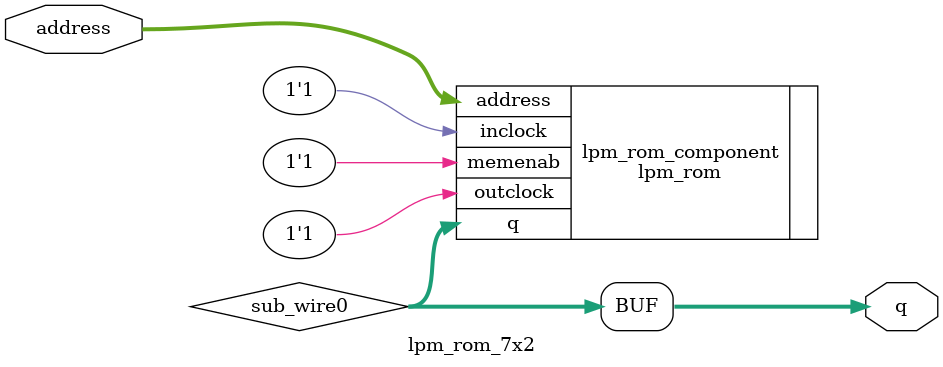
<source format=v>
`timescale 1 ps / 1 ps
module lpm_rom_7x2 (
        address,
        q);

        input   [6:0]  address;
        output  [1:0]  q;

        wire [1:0] sub_wire0;
        wire [1:0] q = sub_wire0[1:0];

        lpm_rom lpm_rom_component (
                                .address (address),
                                .q (sub_wire0),
                                .inclock (1'b1),
                                .memenab (1'b1),
                                .outclock (1'b1));
        defparam
                lpm_rom_component.intended_device_family = "ACEX1K",
                lpm_rom_component.lpm_address_control = "UNREGISTERED",
                lpm_rom_component.lpm_file = "CURSOR.HEX",
                lpm_rom_component.lpm_outdata = "UNREGISTERED",
                lpm_rom_component.lpm_type = "LPM_ROM",
                lpm_rom_component.lpm_width = 2,
                lpm_rom_component.lpm_widthad = 7;


endmodule

</source>
